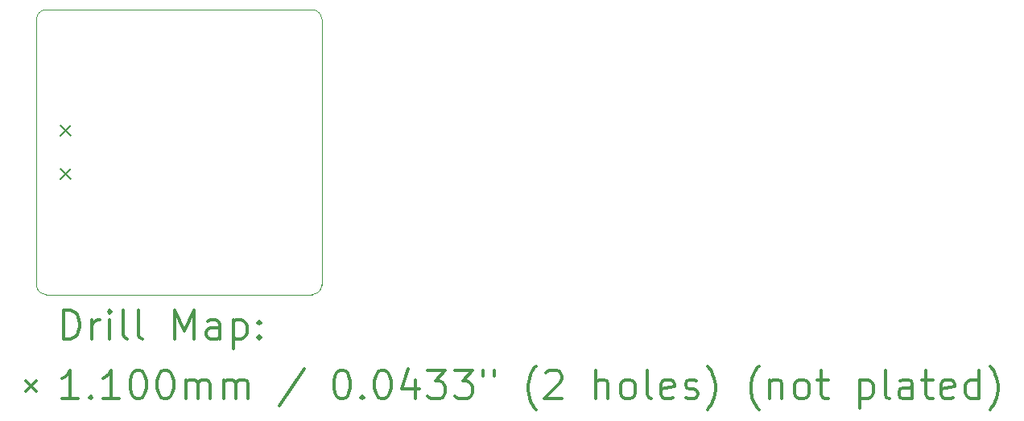
<source format=gbr>
%FSLAX45Y45*%
G04 Gerber Fmt 4.5, Leading zero omitted, Abs format (unit mm)*
G04 Created by KiCad (PCBNEW 5.1.10) date 2021-09-07 22:45:55*
%MOMM*%
%LPD*%
G01*
G04 APERTURE LIST*
%TA.AperFunction,Profile*%
%ADD10C,0.050000*%
%TD*%
%ADD11C,0.200000*%
%ADD12C,0.300000*%
G04 APERTURE END LIST*
D10*
X10080000Y-15000000D02*
G75*
G02*
X9980000Y-14900000I0J100000D01*
G01*
X12980000Y-14900000D02*
G75*
G02*
X12880000Y-15000000I-100000J0D01*
G01*
X12880000Y-12000000D02*
G75*
G02*
X12980000Y-12100000I0J-100000D01*
G01*
X9980000Y-12100000D02*
G75*
G02*
X10080000Y-12000000I100000J0D01*
G01*
X12980000Y-12100000D02*
X12980000Y-14900000D01*
X12880000Y-15000000D02*
X10080000Y-15000000D01*
X10080000Y-12000000D02*
X12880000Y-12000000D01*
X9980000Y-14900000D02*
X9980000Y-12100000D01*
D11*
X10235000Y-13215000D02*
X10345000Y-13325000D01*
X10345000Y-13215000D02*
X10235000Y-13325000D01*
X10235000Y-13675000D02*
X10345000Y-13785000D01*
X10345000Y-13675000D02*
X10235000Y-13785000D01*
D12*
X10263928Y-15468214D02*
X10263928Y-15168214D01*
X10335357Y-15168214D01*
X10378214Y-15182500D01*
X10406786Y-15211071D01*
X10421071Y-15239643D01*
X10435357Y-15296786D01*
X10435357Y-15339643D01*
X10421071Y-15396786D01*
X10406786Y-15425357D01*
X10378214Y-15453929D01*
X10335357Y-15468214D01*
X10263928Y-15468214D01*
X10563928Y-15468214D02*
X10563928Y-15268214D01*
X10563928Y-15325357D02*
X10578214Y-15296786D01*
X10592500Y-15282500D01*
X10621071Y-15268214D01*
X10649643Y-15268214D01*
X10749643Y-15468214D02*
X10749643Y-15268214D01*
X10749643Y-15168214D02*
X10735357Y-15182500D01*
X10749643Y-15196786D01*
X10763928Y-15182500D01*
X10749643Y-15168214D01*
X10749643Y-15196786D01*
X10935357Y-15468214D02*
X10906786Y-15453929D01*
X10892500Y-15425357D01*
X10892500Y-15168214D01*
X11092500Y-15468214D02*
X11063928Y-15453929D01*
X11049643Y-15425357D01*
X11049643Y-15168214D01*
X11435357Y-15468214D02*
X11435357Y-15168214D01*
X11535357Y-15382500D01*
X11635357Y-15168214D01*
X11635357Y-15468214D01*
X11906786Y-15468214D02*
X11906786Y-15311071D01*
X11892500Y-15282500D01*
X11863928Y-15268214D01*
X11806786Y-15268214D01*
X11778214Y-15282500D01*
X11906786Y-15453929D02*
X11878214Y-15468214D01*
X11806786Y-15468214D01*
X11778214Y-15453929D01*
X11763928Y-15425357D01*
X11763928Y-15396786D01*
X11778214Y-15368214D01*
X11806786Y-15353929D01*
X11878214Y-15353929D01*
X11906786Y-15339643D01*
X12049643Y-15268214D02*
X12049643Y-15568214D01*
X12049643Y-15282500D02*
X12078214Y-15268214D01*
X12135357Y-15268214D01*
X12163928Y-15282500D01*
X12178214Y-15296786D01*
X12192500Y-15325357D01*
X12192500Y-15411071D01*
X12178214Y-15439643D01*
X12163928Y-15453929D01*
X12135357Y-15468214D01*
X12078214Y-15468214D01*
X12049643Y-15453929D01*
X12321071Y-15439643D02*
X12335357Y-15453929D01*
X12321071Y-15468214D01*
X12306786Y-15453929D01*
X12321071Y-15439643D01*
X12321071Y-15468214D01*
X12321071Y-15282500D02*
X12335357Y-15296786D01*
X12321071Y-15311071D01*
X12306786Y-15296786D01*
X12321071Y-15282500D01*
X12321071Y-15311071D01*
X9867500Y-15907500D02*
X9977500Y-16017500D01*
X9977500Y-15907500D02*
X9867500Y-16017500D01*
X10421071Y-16098214D02*
X10249643Y-16098214D01*
X10335357Y-16098214D02*
X10335357Y-15798214D01*
X10306786Y-15841071D01*
X10278214Y-15869643D01*
X10249643Y-15883929D01*
X10549643Y-16069643D02*
X10563928Y-16083929D01*
X10549643Y-16098214D01*
X10535357Y-16083929D01*
X10549643Y-16069643D01*
X10549643Y-16098214D01*
X10849643Y-16098214D02*
X10678214Y-16098214D01*
X10763928Y-16098214D02*
X10763928Y-15798214D01*
X10735357Y-15841071D01*
X10706786Y-15869643D01*
X10678214Y-15883929D01*
X11035357Y-15798214D02*
X11063928Y-15798214D01*
X11092500Y-15812500D01*
X11106786Y-15826786D01*
X11121071Y-15855357D01*
X11135357Y-15912500D01*
X11135357Y-15983929D01*
X11121071Y-16041071D01*
X11106786Y-16069643D01*
X11092500Y-16083929D01*
X11063928Y-16098214D01*
X11035357Y-16098214D01*
X11006786Y-16083929D01*
X10992500Y-16069643D01*
X10978214Y-16041071D01*
X10963928Y-15983929D01*
X10963928Y-15912500D01*
X10978214Y-15855357D01*
X10992500Y-15826786D01*
X11006786Y-15812500D01*
X11035357Y-15798214D01*
X11321071Y-15798214D02*
X11349643Y-15798214D01*
X11378214Y-15812500D01*
X11392500Y-15826786D01*
X11406786Y-15855357D01*
X11421071Y-15912500D01*
X11421071Y-15983929D01*
X11406786Y-16041071D01*
X11392500Y-16069643D01*
X11378214Y-16083929D01*
X11349643Y-16098214D01*
X11321071Y-16098214D01*
X11292500Y-16083929D01*
X11278214Y-16069643D01*
X11263928Y-16041071D01*
X11249643Y-15983929D01*
X11249643Y-15912500D01*
X11263928Y-15855357D01*
X11278214Y-15826786D01*
X11292500Y-15812500D01*
X11321071Y-15798214D01*
X11549643Y-16098214D02*
X11549643Y-15898214D01*
X11549643Y-15926786D02*
X11563928Y-15912500D01*
X11592500Y-15898214D01*
X11635357Y-15898214D01*
X11663928Y-15912500D01*
X11678214Y-15941071D01*
X11678214Y-16098214D01*
X11678214Y-15941071D02*
X11692500Y-15912500D01*
X11721071Y-15898214D01*
X11763928Y-15898214D01*
X11792500Y-15912500D01*
X11806786Y-15941071D01*
X11806786Y-16098214D01*
X11949643Y-16098214D02*
X11949643Y-15898214D01*
X11949643Y-15926786D02*
X11963928Y-15912500D01*
X11992500Y-15898214D01*
X12035357Y-15898214D01*
X12063928Y-15912500D01*
X12078214Y-15941071D01*
X12078214Y-16098214D01*
X12078214Y-15941071D02*
X12092500Y-15912500D01*
X12121071Y-15898214D01*
X12163928Y-15898214D01*
X12192500Y-15912500D01*
X12206786Y-15941071D01*
X12206786Y-16098214D01*
X12792500Y-15783929D02*
X12535357Y-16169643D01*
X13178214Y-15798214D02*
X13206786Y-15798214D01*
X13235357Y-15812500D01*
X13249643Y-15826786D01*
X13263928Y-15855357D01*
X13278214Y-15912500D01*
X13278214Y-15983929D01*
X13263928Y-16041071D01*
X13249643Y-16069643D01*
X13235357Y-16083929D01*
X13206786Y-16098214D01*
X13178214Y-16098214D01*
X13149643Y-16083929D01*
X13135357Y-16069643D01*
X13121071Y-16041071D01*
X13106786Y-15983929D01*
X13106786Y-15912500D01*
X13121071Y-15855357D01*
X13135357Y-15826786D01*
X13149643Y-15812500D01*
X13178214Y-15798214D01*
X13406786Y-16069643D02*
X13421071Y-16083929D01*
X13406786Y-16098214D01*
X13392500Y-16083929D01*
X13406786Y-16069643D01*
X13406786Y-16098214D01*
X13606786Y-15798214D02*
X13635357Y-15798214D01*
X13663928Y-15812500D01*
X13678214Y-15826786D01*
X13692500Y-15855357D01*
X13706786Y-15912500D01*
X13706786Y-15983929D01*
X13692500Y-16041071D01*
X13678214Y-16069643D01*
X13663928Y-16083929D01*
X13635357Y-16098214D01*
X13606786Y-16098214D01*
X13578214Y-16083929D01*
X13563928Y-16069643D01*
X13549643Y-16041071D01*
X13535357Y-15983929D01*
X13535357Y-15912500D01*
X13549643Y-15855357D01*
X13563928Y-15826786D01*
X13578214Y-15812500D01*
X13606786Y-15798214D01*
X13963928Y-15898214D02*
X13963928Y-16098214D01*
X13892500Y-15783929D02*
X13821071Y-15998214D01*
X14006786Y-15998214D01*
X14092500Y-15798214D02*
X14278214Y-15798214D01*
X14178214Y-15912500D01*
X14221071Y-15912500D01*
X14249643Y-15926786D01*
X14263928Y-15941071D01*
X14278214Y-15969643D01*
X14278214Y-16041071D01*
X14263928Y-16069643D01*
X14249643Y-16083929D01*
X14221071Y-16098214D01*
X14135357Y-16098214D01*
X14106786Y-16083929D01*
X14092500Y-16069643D01*
X14378214Y-15798214D02*
X14563928Y-15798214D01*
X14463928Y-15912500D01*
X14506786Y-15912500D01*
X14535357Y-15926786D01*
X14549643Y-15941071D01*
X14563928Y-15969643D01*
X14563928Y-16041071D01*
X14549643Y-16069643D01*
X14535357Y-16083929D01*
X14506786Y-16098214D01*
X14421071Y-16098214D01*
X14392500Y-16083929D01*
X14378214Y-16069643D01*
X14678214Y-15798214D02*
X14678214Y-15855357D01*
X14792500Y-15798214D02*
X14792500Y-15855357D01*
X15235357Y-16212500D02*
X15221071Y-16198214D01*
X15192500Y-16155357D01*
X15178214Y-16126786D01*
X15163928Y-16083929D01*
X15149643Y-16012500D01*
X15149643Y-15955357D01*
X15163928Y-15883929D01*
X15178214Y-15841071D01*
X15192500Y-15812500D01*
X15221071Y-15769643D01*
X15235357Y-15755357D01*
X15335357Y-15826786D02*
X15349643Y-15812500D01*
X15378214Y-15798214D01*
X15449643Y-15798214D01*
X15478214Y-15812500D01*
X15492500Y-15826786D01*
X15506786Y-15855357D01*
X15506786Y-15883929D01*
X15492500Y-15926786D01*
X15321071Y-16098214D01*
X15506786Y-16098214D01*
X15863928Y-16098214D02*
X15863928Y-15798214D01*
X15992500Y-16098214D02*
X15992500Y-15941071D01*
X15978214Y-15912500D01*
X15949643Y-15898214D01*
X15906786Y-15898214D01*
X15878214Y-15912500D01*
X15863928Y-15926786D01*
X16178214Y-16098214D02*
X16149643Y-16083929D01*
X16135357Y-16069643D01*
X16121071Y-16041071D01*
X16121071Y-15955357D01*
X16135357Y-15926786D01*
X16149643Y-15912500D01*
X16178214Y-15898214D01*
X16221071Y-15898214D01*
X16249643Y-15912500D01*
X16263928Y-15926786D01*
X16278214Y-15955357D01*
X16278214Y-16041071D01*
X16263928Y-16069643D01*
X16249643Y-16083929D01*
X16221071Y-16098214D01*
X16178214Y-16098214D01*
X16449643Y-16098214D02*
X16421071Y-16083929D01*
X16406786Y-16055357D01*
X16406786Y-15798214D01*
X16678214Y-16083929D02*
X16649643Y-16098214D01*
X16592500Y-16098214D01*
X16563928Y-16083929D01*
X16549643Y-16055357D01*
X16549643Y-15941071D01*
X16563928Y-15912500D01*
X16592500Y-15898214D01*
X16649643Y-15898214D01*
X16678214Y-15912500D01*
X16692500Y-15941071D01*
X16692500Y-15969643D01*
X16549643Y-15998214D01*
X16806786Y-16083929D02*
X16835357Y-16098214D01*
X16892500Y-16098214D01*
X16921071Y-16083929D01*
X16935357Y-16055357D01*
X16935357Y-16041071D01*
X16921071Y-16012500D01*
X16892500Y-15998214D01*
X16849643Y-15998214D01*
X16821071Y-15983929D01*
X16806786Y-15955357D01*
X16806786Y-15941071D01*
X16821071Y-15912500D01*
X16849643Y-15898214D01*
X16892500Y-15898214D01*
X16921071Y-15912500D01*
X17035357Y-16212500D02*
X17049643Y-16198214D01*
X17078214Y-16155357D01*
X17092500Y-16126786D01*
X17106786Y-16083929D01*
X17121071Y-16012500D01*
X17121071Y-15955357D01*
X17106786Y-15883929D01*
X17092500Y-15841071D01*
X17078214Y-15812500D01*
X17049643Y-15769643D01*
X17035357Y-15755357D01*
X17578214Y-16212500D02*
X17563928Y-16198214D01*
X17535357Y-16155357D01*
X17521071Y-16126786D01*
X17506786Y-16083929D01*
X17492500Y-16012500D01*
X17492500Y-15955357D01*
X17506786Y-15883929D01*
X17521071Y-15841071D01*
X17535357Y-15812500D01*
X17563928Y-15769643D01*
X17578214Y-15755357D01*
X17692500Y-15898214D02*
X17692500Y-16098214D01*
X17692500Y-15926786D02*
X17706786Y-15912500D01*
X17735357Y-15898214D01*
X17778214Y-15898214D01*
X17806786Y-15912500D01*
X17821071Y-15941071D01*
X17821071Y-16098214D01*
X18006786Y-16098214D02*
X17978214Y-16083929D01*
X17963928Y-16069643D01*
X17949643Y-16041071D01*
X17949643Y-15955357D01*
X17963928Y-15926786D01*
X17978214Y-15912500D01*
X18006786Y-15898214D01*
X18049643Y-15898214D01*
X18078214Y-15912500D01*
X18092500Y-15926786D01*
X18106786Y-15955357D01*
X18106786Y-16041071D01*
X18092500Y-16069643D01*
X18078214Y-16083929D01*
X18049643Y-16098214D01*
X18006786Y-16098214D01*
X18192500Y-15898214D02*
X18306786Y-15898214D01*
X18235357Y-15798214D02*
X18235357Y-16055357D01*
X18249643Y-16083929D01*
X18278214Y-16098214D01*
X18306786Y-16098214D01*
X18635357Y-15898214D02*
X18635357Y-16198214D01*
X18635357Y-15912500D02*
X18663928Y-15898214D01*
X18721071Y-15898214D01*
X18749643Y-15912500D01*
X18763928Y-15926786D01*
X18778214Y-15955357D01*
X18778214Y-16041071D01*
X18763928Y-16069643D01*
X18749643Y-16083929D01*
X18721071Y-16098214D01*
X18663928Y-16098214D01*
X18635357Y-16083929D01*
X18949643Y-16098214D02*
X18921071Y-16083929D01*
X18906786Y-16055357D01*
X18906786Y-15798214D01*
X19192500Y-16098214D02*
X19192500Y-15941071D01*
X19178214Y-15912500D01*
X19149643Y-15898214D01*
X19092500Y-15898214D01*
X19063928Y-15912500D01*
X19192500Y-16083929D02*
X19163928Y-16098214D01*
X19092500Y-16098214D01*
X19063928Y-16083929D01*
X19049643Y-16055357D01*
X19049643Y-16026786D01*
X19063928Y-15998214D01*
X19092500Y-15983929D01*
X19163928Y-15983929D01*
X19192500Y-15969643D01*
X19292500Y-15898214D02*
X19406786Y-15898214D01*
X19335357Y-15798214D02*
X19335357Y-16055357D01*
X19349643Y-16083929D01*
X19378214Y-16098214D01*
X19406786Y-16098214D01*
X19621071Y-16083929D02*
X19592500Y-16098214D01*
X19535357Y-16098214D01*
X19506786Y-16083929D01*
X19492500Y-16055357D01*
X19492500Y-15941071D01*
X19506786Y-15912500D01*
X19535357Y-15898214D01*
X19592500Y-15898214D01*
X19621071Y-15912500D01*
X19635357Y-15941071D01*
X19635357Y-15969643D01*
X19492500Y-15998214D01*
X19892500Y-16098214D02*
X19892500Y-15798214D01*
X19892500Y-16083929D02*
X19863928Y-16098214D01*
X19806786Y-16098214D01*
X19778214Y-16083929D01*
X19763928Y-16069643D01*
X19749643Y-16041071D01*
X19749643Y-15955357D01*
X19763928Y-15926786D01*
X19778214Y-15912500D01*
X19806786Y-15898214D01*
X19863928Y-15898214D01*
X19892500Y-15912500D01*
X20006786Y-16212500D02*
X20021071Y-16198214D01*
X20049643Y-16155357D01*
X20063928Y-16126786D01*
X20078214Y-16083929D01*
X20092500Y-16012500D01*
X20092500Y-15955357D01*
X20078214Y-15883929D01*
X20063928Y-15841071D01*
X20049643Y-15812500D01*
X20021071Y-15769643D01*
X20006786Y-15755357D01*
M02*

</source>
